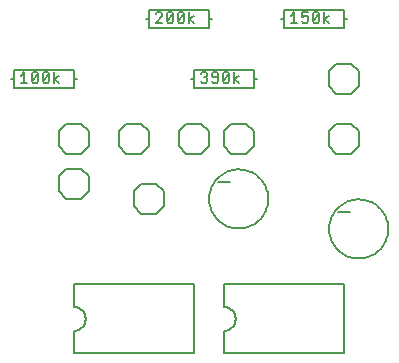
<source format=gto>
G75*
G70*
%OFA0B0*%
%FSLAX24Y24*%
%IPPOS*%
%LPD*%
%AMOC8*
5,1,8,0,0,1.08239X$1,22.5*
%
%ADD10C,0.0080*%
%ADD11C,0.0060*%
D10*
X007350Y008100D02*
X007850Y008100D01*
X008100Y008350D01*
X008100Y008850D01*
X007850Y009100D01*
X007350Y009100D01*
X007100Y008850D01*
X007100Y008350D01*
X007350Y008100D01*
X005600Y008850D02*
X005600Y009350D01*
X005350Y009600D01*
X004850Y009600D01*
X004600Y009350D01*
X004600Y008850D01*
X004850Y008600D01*
X005350Y008600D01*
X005600Y008850D01*
X005350Y010100D02*
X004850Y010100D01*
X004600Y010350D01*
X004600Y010850D01*
X004850Y011100D01*
X005350Y011100D01*
X005600Y010850D01*
X005600Y010350D01*
X005350Y010100D01*
X006600Y010350D02*
X006850Y010100D01*
X007350Y010100D01*
X007600Y010350D01*
X007600Y010850D01*
X007350Y011100D01*
X006850Y011100D01*
X006600Y010850D01*
X006600Y010350D01*
X008600Y010350D02*
X008850Y010100D01*
X009350Y010100D01*
X009600Y010350D01*
X009600Y010850D01*
X009350Y011100D01*
X008850Y011100D01*
X008600Y010850D01*
X008600Y010350D01*
X009900Y009150D02*
X010300Y009150D01*
X009616Y008600D02*
X009618Y008662D01*
X009624Y008725D01*
X009634Y008786D01*
X009648Y008847D01*
X009665Y008907D01*
X009686Y008966D01*
X009712Y009023D01*
X009740Y009078D01*
X009772Y009132D01*
X009808Y009183D01*
X009846Y009233D01*
X009888Y009279D01*
X009932Y009323D01*
X009980Y009364D01*
X010029Y009402D01*
X010081Y009436D01*
X010135Y009467D01*
X010191Y009495D01*
X010249Y009519D01*
X010308Y009540D01*
X010368Y009556D01*
X010429Y009569D01*
X010491Y009578D01*
X010553Y009583D01*
X010616Y009584D01*
X010678Y009581D01*
X010740Y009574D01*
X010802Y009563D01*
X010862Y009548D01*
X010922Y009530D01*
X010980Y009508D01*
X011037Y009482D01*
X011092Y009452D01*
X011145Y009419D01*
X011196Y009383D01*
X011244Y009344D01*
X011290Y009301D01*
X011333Y009256D01*
X011373Y009208D01*
X011410Y009158D01*
X011444Y009105D01*
X011475Y009051D01*
X011501Y008995D01*
X011525Y008937D01*
X011544Y008877D01*
X011560Y008817D01*
X011572Y008755D01*
X011580Y008694D01*
X011584Y008631D01*
X011584Y008569D01*
X011580Y008506D01*
X011572Y008445D01*
X011560Y008383D01*
X011544Y008323D01*
X011525Y008263D01*
X011501Y008205D01*
X011475Y008149D01*
X011444Y008095D01*
X011410Y008042D01*
X011373Y007992D01*
X011333Y007944D01*
X011290Y007899D01*
X011244Y007856D01*
X011196Y007817D01*
X011145Y007781D01*
X011092Y007748D01*
X011037Y007718D01*
X010980Y007692D01*
X010922Y007670D01*
X010862Y007652D01*
X010802Y007637D01*
X010740Y007626D01*
X010678Y007619D01*
X010616Y007616D01*
X010553Y007617D01*
X010491Y007622D01*
X010429Y007631D01*
X010368Y007644D01*
X010308Y007660D01*
X010249Y007681D01*
X010191Y007705D01*
X010135Y007733D01*
X010081Y007764D01*
X010029Y007798D01*
X009980Y007836D01*
X009932Y007877D01*
X009888Y007921D01*
X009846Y007967D01*
X009808Y008017D01*
X009772Y008068D01*
X009740Y008122D01*
X009712Y008177D01*
X009686Y008234D01*
X009665Y008293D01*
X009648Y008353D01*
X009634Y008414D01*
X009624Y008475D01*
X009618Y008538D01*
X009616Y008600D01*
X010350Y010100D02*
X010850Y010100D01*
X011100Y010350D01*
X011100Y010850D01*
X010850Y011100D01*
X010350Y011100D01*
X010100Y010850D01*
X010100Y010350D01*
X010350Y010100D01*
X011100Y012300D02*
X009100Y012300D01*
X009100Y012600D01*
X009000Y012600D01*
X009100Y012600D02*
X009100Y012900D01*
X011100Y012900D01*
X011100Y012600D01*
X011200Y012600D01*
X011100Y012600D02*
X011100Y012300D01*
X012100Y014300D02*
X012100Y014600D01*
X012000Y014600D01*
X012100Y014600D02*
X012100Y014900D01*
X014100Y014900D01*
X014100Y014600D01*
X014200Y014600D01*
X014100Y014600D02*
X014100Y014300D01*
X012100Y014300D01*
X013600Y012850D02*
X013600Y012350D01*
X013850Y012100D01*
X014350Y012100D01*
X014600Y012350D01*
X014600Y012850D01*
X014350Y013100D01*
X013850Y013100D01*
X013600Y012850D01*
X013850Y011100D02*
X013600Y010850D01*
X013600Y010350D01*
X013850Y010100D01*
X014350Y010100D01*
X014600Y010350D01*
X014600Y010850D01*
X014350Y011100D01*
X013850Y011100D01*
X013900Y008150D02*
X014300Y008150D01*
X013616Y007600D02*
X013618Y007662D01*
X013624Y007725D01*
X013634Y007786D01*
X013648Y007847D01*
X013665Y007907D01*
X013686Y007966D01*
X013712Y008023D01*
X013740Y008078D01*
X013772Y008132D01*
X013808Y008183D01*
X013846Y008233D01*
X013888Y008279D01*
X013932Y008323D01*
X013980Y008364D01*
X014029Y008402D01*
X014081Y008436D01*
X014135Y008467D01*
X014191Y008495D01*
X014249Y008519D01*
X014308Y008540D01*
X014368Y008556D01*
X014429Y008569D01*
X014491Y008578D01*
X014553Y008583D01*
X014616Y008584D01*
X014678Y008581D01*
X014740Y008574D01*
X014802Y008563D01*
X014862Y008548D01*
X014922Y008530D01*
X014980Y008508D01*
X015037Y008482D01*
X015092Y008452D01*
X015145Y008419D01*
X015196Y008383D01*
X015244Y008344D01*
X015290Y008301D01*
X015333Y008256D01*
X015373Y008208D01*
X015410Y008158D01*
X015444Y008105D01*
X015475Y008051D01*
X015501Y007995D01*
X015525Y007937D01*
X015544Y007877D01*
X015560Y007817D01*
X015572Y007755D01*
X015580Y007694D01*
X015584Y007631D01*
X015584Y007569D01*
X015580Y007506D01*
X015572Y007445D01*
X015560Y007383D01*
X015544Y007323D01*
X015525Y007263D01*
X015501Y007205D01*
X015475Y007149D01*
X015444Y007095D01*
X015410Y007042D01*
X015373Y006992D01*
X015333Y006944D01*
X015290Y006899D01*
X015244Y006856D01*
X015196Y006817D01*
X015145Y006781D01*
X015092Y006748D01*
X015037Y006718D01*
X014980Y006692D01*
X014922Y006670D01*
X014862Y006652D01*
X014802Y006637D01*
X014740Y006626D01*
X014678Y006619D01*
X014616Y006616D01*
X014553Y006617D01*
X014491Y006622D01*
X014429Y006631D01*
X014368Y006644D01*
X014308Y006660D01*
X014249Y006681D01*
X014191Y006705D01*
X014135Y006733D01*
X014081Y006764D01*
X014029Y006798D01*
X013980Y006836D01*
X013932Y006877D01*
X013888Y006921D01*
X013846Y006967D01*
X013808Y007017D01*
X013772Y007068D01*
X013740Y007122D01*
X013712Y007177D01*
X013686Y007234D01*
X013665Y007293D01*
X013648Y007353D01*
X013634Y007414D01*
X013624Y007475D01*
X013618Y007538D01*
X013616Y007600D01*
X009600Y014300D02*
X007600Y014300D01*
X007600Y014600D01*
X007500Y014600D01*
X007600Y014600D02*
X007600Y014900D01*
X009600Y014900D01*
X009600Y014600D01*
X009700Y014600D01*
X009600Y014600D02*
X009600Y014300D01*
X005200Y012600D02*
X005100Y012600D01*
X005100Y012300D01*
X003100Y012300D01*
X003100Y012600D01*
X003000Y012600D01*
X003100Y012600D02*
X003100Y012900D01*
X005100Y012900D01*
X005100Y012600D01*
D11*
X005100Y004200D02*
X005100Y003450D01*
X009100Y003450D01*
X009100Y005750D01*
X005100Y005750D01*
X005100Y005000D01*
X005139Y004998D01*
X005178Y004992D01*
X005216Y004983D01*
X005253Y004970D01*
X005289Y004953D01*
X005322Y004933D01*
X005354Y004909D01*
X005383Y004883D01*
X005409Y004854D01*
X005433Y004822D01*
X005453Y004789D01*
X005470Y004753D01*
X005483Y004716D01*
X005492Y004678D01*
X005498Y004639D01*
X005500Y004600D01*
X005498Y004561D01*
X005492Y004522D01*
X005483Y004484D01*
X005470Y004447D01*
X005453Y004411D01*
X005433Y004378D01*
X005409Y004346D01*
X005383Y004317D01*
X005354Y004291D01*
X005322Y004267D01*
X005289Y004247D01*
X005253Y004230D01*
X005216Y004217D01*
X005178Y004208D01*
X005139Y004202D01*
X005100Y004200D01*
X010100Y004200D02*
X010100Y003450D01*
X014100Y003450D01*
X014100Y005750D01*
X010100Y005750D01*
X010100Y005000D01*
X010139Y004998D01*
X010178Y004992D01*
X010216Y004983D01*
X010253Y004970D01*
X010289Y004953D01*
X010322Y004933D01*
X010354Y004909D01*
X010383Y004883D01*
X010409Y004854D01*
X010433Y004822D01*
X010453Y004789D01*
X010470Y004753D01*
X010483Y004716D01*
X010492Y004678D01*
X010498Y004639D01*
X010500Y004600D01*
X010498Y004561D01*
X010492Y004522D01*
X010483Y004484D01*
X010470Y004447D01*
X010453Y004411D01*
X010433Y004378D01*
X010409Y004346D01*
X010383Y004317D01*
X010354Y004291D01*
X010322Y004267D01*
X010289Y004247D01*
X010253Y004230D01*
X010216Y004217D01*
X010178Y004208D01*
X010139Y004202D01*
X010100Y004200D01*
X010123Y012480D02*
X010067Y012537D01*
X010293Y012764D01*
X010293Y012537D01*
X010237Y012480D01*
X010123Y012480D01*
X010067Y012537D02*
X010067Y012764D01*
X010123Y012820D01*
X010237Y012820D01*
X010293Y012764D01*
X010435Y012820D02*
X010435Y012480D01*
X010435Y012593D02*
X010605Y012707D01*
X010435Y012593D02*
X010605Y012480D01*
X009925Y012537D02*
X009925Y012764D01*
X009868Y012820D01*
X009755Y012820D01*
X009698Y012764D01*
X009698Y012707D01*
X009755Y012650D01*
X009925Y012650D01*
X009925Y012537D02*
X009868Y012480D01*
X009755Y012480D01*
X009698Y012537D01*
X009557Y012537D02*
X009500Y012480D01*
X009387Y012480D01*
X009330Y012537D01*
X009443Y012650D02*
X009500Y012650D01*
X009557Y012593D01*
X009557Y012537D01*
X009500Y012650D02*
X009557Y012707D01*
X009557Y012764D01*
X009500Y012820D01*
X009387Y012820D01*
X009330Y012764D01*
X009105Y014480D02*
X008935Y014593D01*
X009105Y014707D01*
X008935Y014820D02*
X008935Y014480D01*
X008793Y014537D02*
X008737Y014480D01*
X008623Y014480D01*
X008567Y014537D01*
X008793Y014764D01*
X008793Y014537D01*
X008567Y014537D02*
X008567Y014764D01*
X008623Y014820D01*
X008737Y014820D01*
X008793Y014764D01*
X008425Y014764D02*
X008425Y014537D01*
X008368Y014480D01*
X008255Y014480D01*
X008198Y014537D01*
X008425Y014764D01*
X008368Y014820D01*
X008255Y014820D01*
X008198Y014764D01*
X008198Y014537D01*
X008057Y014480D02*
X007830Y014480D01*
X008057Y014707D01*
X008057Y014764D01*
X008000Y014820D01*
X007887Y014820D01*
X007830Y014764D01*
X004605Y012707D02*
X004435Y012593D01*
X004605Y012480D01*
X004435Y012480D02*
X004435Y012820D01*
X004293Y012764D02*
X004067Y012537D01*
X004123Y012480D01*
X004237Y012480D01*
X004293Y012537D01*
X004293Y012764D01*
X004237Y012820D01*
X004123Y012820D01*
X004067Y012764D01*
X004067Y012537D01*
X003925Y012537D02*
X003868Y012480D01*
X003755Y012480D01*
X003698Y012537D01*
X003925Y012764D01*
X003925Y012537D01*
X003925Y012764D02*
X003868Y012820D01*
X003755Y012820D01*
X003698Y012764D01*
X003698Y012537D01*
X003557Y012480D02*
X003330Y012480D01*
X003443Y012480D02*
X003443Y012820D01*
X003330Y012707D01*
X012330Y014480D02*
X012557Y014480D01*
X012443Y014480D02*
X012443Y014820D01*
X012330Y014707D01*
X012698Y014650D02*
X012812Y014707D01*
X012868Y014707D01*
X012925Y014650D01*
X012925Y014537D01*
X012868Y014480D01*
X012755Y014480D01*
X012698Y014537D01*
X012698Y014650D02*
X012698Y014820D01*
X012925Y014820D01*
X013067Y014764D02*
X013123Y014820D01*
X013237Y014820D01*
X013293Y014764D01*
X013067Y014537D01*
X013123Y014480D01*
X013237Y014480D01*
X013293Y014537D01*
X013293Y014764D01*
X013435Y014820D02*
X013435Y014480D01*
X013435Y014593D02*
X013605Y014707D01*
X013435Y014593D02*
X013605Y014480D01*
X013067Y014537D02*
X013067Y014764D01*
M02*

</source>
